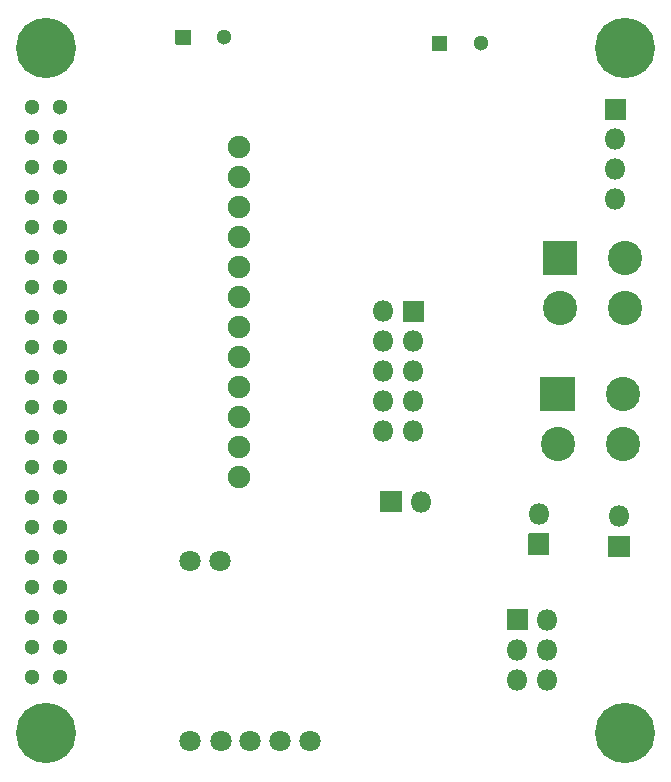
<source format=gbr>
%TF.GenerationSoftware,KiCad,Pcbnew,(5.1.10)-1*%
%TF.CreationDate,2022-03-11T11:42:31-05:00*%
%TF.ProjectId,PiShield,50695368-6965-46c6-942e-6b696361645f,rev?*%
%TF.SameCoordinates,Original*%
%TF.FileFunction,Soldermask,Top*%
%TF.FilePolarity,Negative*%
%FSLAX46Y46*%
G04 Gerber Fmt 4.6, Leading zero omitted, Abs format (unit mm)*
G04 Created by KiCad (PCBNEW (5.1.10)-1) date 2022-03-11 11:42:31*
%MOMM*%
%LPD*%
G01*
G04 APERTURE LIST*
%ADD10O,1.800000X1.800000*%
%ADD11C,2.900000*%
%ADD12C,1.800000*%
%ADD13C,1.300000*%
%ADD14C,5.100000*%
%ADD15C,1.900000*%
G04 APERTURE END LIST*
D10*
%TO.C,J1*%
X223000000Y-66120000D03*
X223000000Y-63580000D03*
X223000000Y-61040000D03*
G36*
G01*
X223900000Y-57650000D02*
X223900000Y-59350000D01*
G75*
G02*
X223850000Y-59400000I-50000J0D01*
G01*
X222150000Y-59400000D01*
G75*
G02*
X222100000Y-59350000I0J50000D01*
G01*
X222100000Y-57650000D01*
G75*
G02*
X222150000Y-57600000I50000J0D01*
G01*
X223850000Y-57600000D01*
G75*
G02*
X223900000Y-57650000I0J-50000D01*
G01*
G37*
%TD*%
%TO.C,J2*%
G36*
G01*
X216900000Y-69650000D02*
X219700000Y-69650000D01*
G75*
G02*
X219750000Y-69700000I0J-50000D01*
G01*
X219750000Y-72500000D01*
G75*
G02*
X219700000Y-72550000I-50000J0D01*
G01*
X216900000Y-72550000D01*
G75*
G02*
X216850000Y-72500000I0J50000D01*
G01*
X216850000Y-69700000D01*
G75*
G02*
X216900000Y-69650000I50000J0D01*
G01*
G37*
D11*
X218300000Y-75300000D03*
X223800000Y-71100000D03*
X223800000Y-75300000D03*
%TD*%
D12*
%TO.C,U10*%
X189601600Y-111940000D03*
X192040000Y-111940000D03*
X194580000Y-111940000D03*
X197120000Y-111940000D03*
X186960000Y-111940000D03*
X186960000Y-96700000D03*
X189500000Y-96700000D03*
%TD*%
%TO.C,U11*%
G36*
G01*
X215600000Y-100850000D02*
X215600000Y-102550000D01*
G75*
G02*
X215550000Y-102600000I-50000J0D01*
G01*
X213850000Y-102600000D01*
G75*
G02*
X213800000Y-102550000I0J50000D01*
G01*
X213800000Y-100850000D01*
G75*
G02*
X213850000Y-100800000I50000J0D01*
G01*
X215550000Y-100800000D01*
G75*
G02*
X215600000Y-100850000I0J-50000D01*
G01*
G37*
D10*
X217240000Y-101700000D03*
X214700000Y-104240000D03*
X217240000Y-104240000D03*
X214700000Y-106780000D03*
X217240000Y-106780000D03*
%TD*%
%TO.C,J7*%
X206540000Y-91700000D03*
G36*
G01*
X203150000Y-90800000D02*
X204850000Y-90800000D01*
G75*
G02*
X204900000Y-90850000I0J-50000D01*
G01*
X204900000Y-92550000D01*
G75*
G02*
X204850000Y-92600000I-50000J0D01*
G01*
X203150000Y-92600000D01*
G75*
G02*
X203100000Y-92550000I0J50000D01*
G01*
X203100000Y-90850000D01*
G75*
G02*
X203150000Y-90800000I50000J0D01*
G01*
G37*
%TD*%
D13*
%TO.C,U1*%
X173573800Y-96408800D03*
X173573800Y-86248800D03*
X175935800Y-81168800D03*
X175935800Y-106568800D03*
X175935800Y-104028800D03*
X173573800Y-91328800D03*
X173573800Y-93868800D03*
X175935800Y-86248800D03*
X173573800Y-83708800D03*
X175935800Y-83708800D03*
X173573800Y-81168800D03*
X173573800Y-106568800D03*
X175935800Y-93868800D03*
X175935800Y-101488800D03*
X173573800Y-78628800D03*
X175935800Y-91328800D03*
X173573800Y-104028800D03*
X173573800Y-98948800D03*
X175935800Y-98948800D03*
X173573800Y-88788800D03*
X175935800Y-96408800D03*
X173573800Y-101488800D03*
X175935800Y-88788800D03*
X175935800Y-71008800D03*
D14*
X223795800Y-53320800D03*
D13*
X173573800Y-58308800D03*
X173573800Y-60848800D03*
X175935800Y-58308800D03*
X175935800Y-73548800D03*
X175935800Y-68468800D03*
X173573800Y-73548800D03*
D14*
X223795800Y-111320800D03*
D13*
X175935800Y-78628800D03*
D14*
X174795800Y-111320800D03*
D13*
X173573800Y-63388800D03*
X175935800Y-65928800D03*
X173573800Y-68468800D03*
X173573800Y-65928800D03*
D14*
X174795800Y-53320800D03*
D13*
X173573800Y-71008800D03*
X175935800Y-60848800D03*
X175935800Y-63388800D03*
X175935800Y-76088800D03*
X173573800Y-76088800D03*
%TD*%
D15*
%TO.C,PS1*%
X191100000Y-89640000D03*
X191100000Y-87100000D03*
X191100000Y-84560000D03*
X191100000Y-82020000D03*
X191100000Y-79480000D03*
X191100000Y-76940000D03*
X191100000Y-74400000D03*
X191100000Y-71860000D03*
X191100000Y-69320000D03*
X191100000Y-66780000D03*
X191100000Y-64240000D03*
X191100000Y-61700000D03*
%TD*%
D10*
%TO.C,J6*%
X223300000Y-92960000D03*
G36*
G01*
X222400000Y-96350000D02*
X222400000Y-94650000D01*
G75*
G02*
X222450000Y-94600000I50000J0D01*
G01*
X224150000Y-94600000D01*
G75*
G02*
X224200000Y-94650000I0J-50000D01*
G01*
X224200000Y-96350000D01*
G75*
G02*
X224150000Y-96400000I-50000J0D01*
G01*
X222450000Y-96400000D01*
G75*
G02*
X222400000Y-96350000I0J50000D01*
G01*
G37*
%TD*%
%TO.C,J5*%
X203360000Y-85760000D03*
X205900000Y-85760000D03*
X203360000Y-83220000D03*
X205900000Y-83220000D03*
X203360000Y-80680000D03*
X205900000Y-80680000D03*
X203360000Y-78140000D03*
X205900000Y-78140000D03*
X203360000Y-75600000D03*
G36*
G01*
X206800000Y-74750000D02*
X206800000Y-76450000D01*
G75*
G02*
X206750000Y-76500000I-50000J0D01*
G01*
X205050000Y-76500000D01*
G75*
G02*
X205000000Y-76450000I0J50000D01*
G01*
X205000000Y-74750000D01*
G75*
G02*
X205050000Y-74700000I50000J0D01*
G01*
X206750000Y-74700000D01*
G75*
G02*
X206800000Y-74750000I0J-50000D01*
G01*
G37*
%TD*%
D11*
%TO.C,J4*%
X223600000Y-86800000D03*
X223600000Y-82600000D03*
X218100000Y-86800000D03*
G36*
G01*
X216700000Y-81150000D02*
X219500000Y-81150000D01*
G75*
G02*
X219550000Y-81200000I0J-50000D01*
G01*
X219550000Y-84000000D01*
G75*
G02*
X219500000Y-84050000I-50000J0D01*
G01*
X216700000Y-84050000D01*
G75*
G02*
X216650000Y-84000000I0J50000D01*
G01*
X216650000Y-81200000D01*
G75*
G02*
X216700000Y-81150000I50000J0D01*
G01*
G37*
%TD*%
D10*
%TO.C,J3*%
X216500000Y-92760000D03*
G36*
G01*
X215600000Y-96150000D02*
X215600000Y-94450000D01*
G75*
G02*
X215650000Y-94400000I50000J0D01*
G01*
X217350000Y-94400000D01*
G75*
G02*
X217400000Y-94450000I0J-50000D01*
G01*
X217400000Y-96150000D01*
G75*
G02*
X217350000Y-96200000I-50000J0D01*
G01*
X215650000Y-96200000D01*
G75*
G02*
X215600000Y-96150000I0J50000D01*
G01*
G37*
%TD*%
D13*
%TO.C,C3*%
X189900000Y-52400000D03*
G36*
G01*
X185750000Y-53000000D02*
X185750000Y-51800000D01*
G75*
G02*
X185800000Y-51750000I50000J0D01*
G01*
X187000000Y-51750000D01*
G75*
G02*
X187050000Y-51800000I0J-50000D01*
G01*
X187050000Y-53000000D01*
G75*
G02*
X187000000Y-53050000I-50000J0D01*
G01*
X185800000Y-53050000D01*
G75*
G02*
X185750000Y-53000000I0J50000D01*
G01*
G37*
%TD*%
%TO.C,C2*%
X211600000Y-52900000D03*
G36*
G01*
X207450000Y-53500000D02*
X207450000Y-52300000D01*
G75*
G02*
X207500000Y-52250000I50000J0D01*
G01*
X208700000Y-52250000D01*
G75*
G02*
X208750000Y-52300000I0J-50000D01*
G01*
X208750000Y-53500000D01*
G75*
G02*
X208700000Y-53550000I-50000J0D01*
G01*
X207500000Y-53550000D01*
G75*
G02*
X207450000Y-53500000I0J50000D01*
G01*
G37*
%TD*%
M02*

</source>
